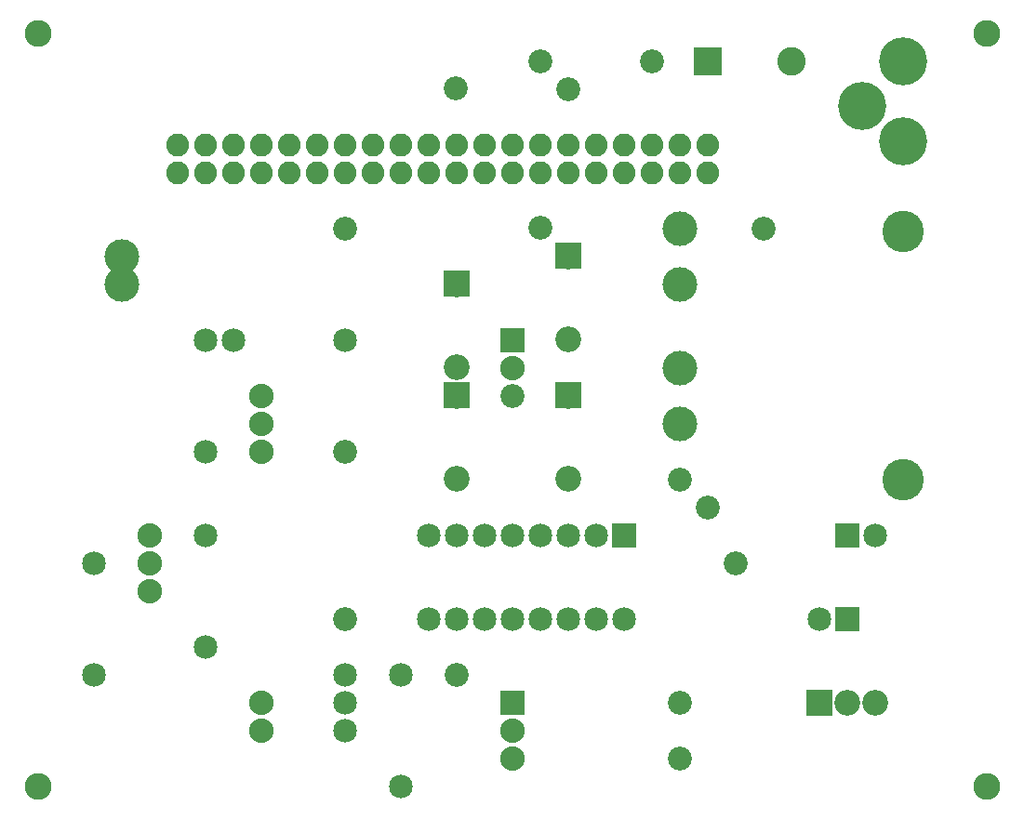
<source format=gbs>
G04 MADE WITH FRITZING*
G04 WWW.FRITZING.ORG*
G04 DOUBLE SIDED*
G04 HOLES PLATED*
G04 CONTOUR ON CENTER OF CONTOUR VECTOR*
%ASAXBY*%
%FSLAX23Y23*%
%MOIN*%
%OFA0B0*%
%SFA1.0B1.0*%
%ADD10C,0.096614*%
%ADD11C,0.124173*%
%ADD12C,0.085433*%
%ADD13C,0.088000*%
%ADD14C,0.172000*%
%ADD15C,0.085000*%
%ADD16C,0.081889*%
%ADD17C,0.081917*%
%ADD18C,0.092000*%
%ADD19C,0.148890*%
%ADD20C,0.102000*%
%ADD21R,0.085000X0.085000*%
%ADD22R,0.092000X0.092000*%
%ADD23R,0.088000X0.088000*%
%ADD24R,0.102000X0.102000*%
%LNMASK0*%
G90*
G70*
G54D10*
X3522Y116D03*
X122Y116D03*
X122Y2816D03*
G54D11*
X2422Y2116D03*
X2422Y1616D03*
G54D12*
X2422Y416D03*
G54D10*
X3522Y2816D03*
G54D13*
X522Y1016D03*
X522Y916D03*
X522Y816D03*
X922Y1316D03*
X922Y1416D03*
X922Y1516D03*
G54D12*
X1622Y516D03*
X2522Y1116D03*
X2422Y1216D03*
X1222Y1316D03*
X2622Y916D03*
X1822Y1516D03*
X2322Y2716D03*
X1222Y716D03*
G54D14*
X3223Y2428D03*
X3222Y2716D03*
X3075Y2553D03*
G54D15*
X3022Y1016D03*
X3122Y1016D03*
X3022Y716D03*
X2922Y716D03*
X1222Y516D03*
X1222Y416D03*
X1222Y316D03*
X1422Y516D03*
X1422Y116D03*
G54D13*
X922Y416D03*
X922Y316D03*
G54D16*
X2522Y2416D03*
X2422Y2416D03*
X2322Y2416D03*
X2222Y2416D03*
G54D17*
X2122Y2416D03*
G54D16*
X2022Y2416D03*
X1922Y2416D03*
X1822Y2416D03*
X1722Y2416D03*
G54D17*
X1622Y2416D03*
G54D16*
X1522Y2416D03*
G54D17*
X1422Y2416D03*
G54D16*
X1322Y2416D03*
X1222Y2416D03*
X1122Y2416D03*
X1022Y2416D03*
G54D17*
X922Y2416D03*
G54D16*
X822Y2416D03*
X722Y2416D03*
X622Y2416D03*
X622Y2316D03*
X722Y2316D03*
X822Y2316D03*
G54D17*
X922Y2316D03*
G54D16*
X1022Y2316D03*
X1122Y2316D03*
X1222Y2316D03*
X1322Y2316D03*
G54D17*
X1422Y2316D03*
G54D16*
X1522Y2316D03*
G54D17*
X1622Y2316D03*
G54D16*
X1722Y2316D03*
X1822Y2316D03*
X1922Y2316D03*
X2022Y2316D03*
G54D17*
X2122Y2316D03*
G54D16*
X2222Y2316D03*
X2322Y2316D03*
X2422Y2316D03*
X2522Y2316D03*
G54D15*
X722Y616D03*
X722Y1016D03*
X322Y516D03*
X322Y916D03*
G54D18*
X2922Y416D03*
X3022Y416D03*
X3122Y416D03*
G54D15*
X2222Y1016D03*
X2222Y716D03*
X2122Y1016D03*
X2122Y716D03*
X2022Y1016D03*
X2022Y716D03*
X1922Y1016D03*
X1922Y716D03*
X1822Y1016D03*
X1822Y716D03*
X1722Y1016D03*
X1722Y716D03*
X1622Y1016D03*
X1622Y716D03*
X1522Y1016D03*
X1522Y716D03*
G54D13*
X1822Y1716D03*
X1822Y1616D03*
G54D18*
X2022Y1516D03*
X2022Y1218D03*
X1622Y1516D03*
X1622Y1218D03*
X1622Y1916D03*
X1622Y1618D03*
X2022Y2016D03*
X2022Y1718D03*
G54D19*
X3222Y2105D03*
X3222Y1216D03*
G54D20*
X2522Y2716D03*
X2822Y2716D03*
G54D15*
X722Y1716D03*
X722Y1316D03*
X822Y1716D03*
X1222Y1716D03*
G54D13*
X1822Y416D03*
X1822Y316D03*
X1822Y216D03*
G54D12*
X1222Y2116D03*
X1621Y2617D03*
X1922Y2716D03*
X2022Y2616D03*
X1922Y2118D03*
X2722Y2116D03*
G54D11*
X423Y1915D03*
X2422Y1416D03*
X2422Y1916D03*
G54D12*
X2422Y216D03*
G54D11*
X422Y2016D03*
G54D21*
X3022Y1016D03*
X3022Y716D03*
G54D22*
X2922Y416D03*
G54D21*
X2222Y1016D03*
G54D23*
X1822Y1716D03*
G54D22*
X2022Y1517D03*
X1622Y1517D03*
X1622Y1917D03*
X2022Y2017D03*
G54D24*
X2522Y2716D03*
G54D23*
X1822Y416D03*
G04 End of Mask0*
M02*
</source>
